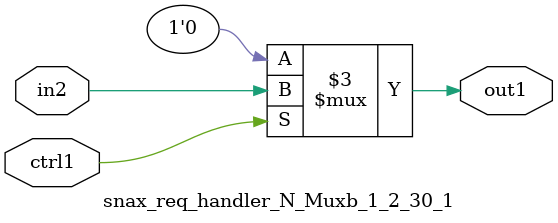
<source format=v>

`timescale 1ps / 1ps


module snax_req_handler_N_Muxb_1_2_30_1( in2, ctrl1, out1 );

    input in2;
    input ctrl1;
    output out1;
    reg out1;

    
    // rtl_process:snax_req_handler_N_Muxb_1_2_30_1/snax_req_handler_N_Muxb_1_2_30_1_thread_1
    always @*
      begin : snax_req_handler_N_Muxb_1_2_30_1_thread_1
        case (ctrl1) 
          1'b1: 
            begin
              out1 = in2;
            end
          default: 
            begin
              out1 = 1'b0;
            end
        endcase
      end

endmodule


</source>
